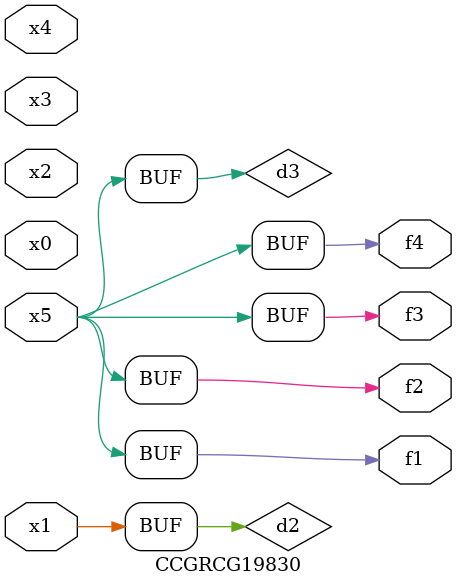
<source format=v>
module CCGRCG19830(
	input x0, x1, x2, x3, x4, x5,
	output f1, f2, f3, f4
);

	wire d1, d2, d3;

	not (d1, x5);
	or (d2, x1);
	xnor (d3, d1);
	assign f1 = d3;
	assign f2 = d3;
	assign f3 = d3;
	assign f4 = d3;
endmodule

</source>
